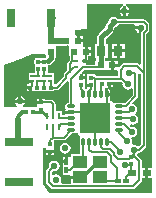
<source format=gbl>
%FSLAX24Y24*%
%MOIN*%
G70*
G01*
G75*
G04 Layer_Physical_Order=2*
G04 Layer_Color=16711680*
%ADD10R,0.0250X0.0200*%
%ADD11R,0.0118X0.0118*%
%ADD12R,0.0118X0.0118*%
%ADD13R,0.0236X0.0197*%
%ADD14R,0.0551X0.0295*%
%ADD15R,0.0089X0.0222*%
%ADD16R,0.0222X0.0089*%
%ADD17R,0.1732X0.1732*%
%ADD18O,0.0315X0.0138*%
%ADD19O,0.0138X0.0315*%
%ADD20C,0.0060*%
%ADD21C,0.0100*%
%ADD22C,0.0120*%
%ADD23C,0.0230*%
%ADD24O,0.0295X0.0118*%
%ADD25O,0.0118X0.0295*%
%ADD26R,0.1024X0.1024*%
%ADD27R,0.0472X0.0394*%
%ADD28R,0.0472X0.0394*%
%ADD29R,0.0098X0.0217*%
%ADD30R,0.0315X0.0630*%
%ADD31R,0.0118X0.0098*%
%ADD32C,0.0098*%
%ADD33R,0.0197X0.0118*%
%ADD34R,0.0118X0.0197*%
%ADD35R,0.0315X0.0354*%
%ADD36R,0.0945X0.0295*%
%ADD37R,0.0197X0.0236*%
%ADD38C,0.0150*%
%ADD39C,0.0200*%
G36*
X35082Y33685D02*
Y33670D01*
X35082D01*
Y33353D01*
X35102D01*
Y33224D01*
X35037Y33159D01*
X35017Y33129D01*
X35010Y33094D01*
Y32873D01*
X34934Y32797D01*
X34914Y32767D01*
X34907Y32732D01*
Y32668D01*
X34666Y32427D01*
X34599Y32427D01*
Y32427D01*
X34581Y32427D01*
Y32588D01*
Y32806D01*
X34381D01*
Y32821D01*
X34381D01*
D01*
D01*
X34381D01*
Y33047D01*
X34385Y33050D01*
X34438Y33061D01*
X34483Y33091D01*
X34587Y33195D01*
X34587Y33195D01*
X34617Y33239D01*
X34617Y33239D01*
X34617Y33239D01*
X34627Y33292D01*
X34627Y33292D01*
Y33305D01*
X34648D01*
Y33661D01*
D01*
Y33661D01*
X34648Y33661D01*
Y33698D01*
D01*
X34648Y33713D01*
X34987D01*
X35035Y33723D01*
X35082Y33685D01*
D02*
G37*
G36*
X37304Y34374D02*
X37301Y34358D01*
X37469D01*
Y34308D01*
X37519D01*
Y34197D01*
X37510Y34189D01*
X37490Y34159D01*
X37485Y34132D01*
X37469Y34129D01*
X37483Y34057D01*
Y33094D01*
X37428Y33071D01*
X37403Y33096D01*
X37373Y33116D01*
X37338Y33123D01*
X36929D01*
X36894Y33116D01*
X36864Y33096D01*
X36763Y32996D01*
X36708Y33019D01*
Y33002D01*
X36579D01*
Y32893D01*
X36676D01*
X36718Y32851D01*
Y32695D01*
X36003D01*
X35999Y32699D01*
X35969Y32719D01*
X35935Y32726D01*
Y32754D01*
X35697D01*
Y32515D01*
Y32448D01*
X35816D01*
Y32348D01*
X35697D01*
Y32281D01*
X35667Y32262D01*
X35642D01*
X35605Y32286D01*
Y32518D01*
Y32587D01*
X35486D01*
Y32637D01*
X35436D01*
Y32742D01*
X35450Y32756D01*
X35528D01*
X35505Y32811D01*
X35584Y32891D01*
X35586Y32891D01*
X35594Y32896D01*
X35958D01*
Y32893D01*
X36314D01*
X36314Y32893D01*
Y32893D01*
X36314D01*
X36351D01*
X36356Y32893D01*
X36356Y32893D01*
Y32893D01*
X36479D01*
Y33052D01*
Y33210D01*
X36356D01*
X36356Y33210D01*
Y33210D01*
X36351Y33210D01*
X36333D01*
X36314D01*
X36314D01*
X36309D01*
X36309D01*
D01*
X36273Y33210D01*
Y33304D01*
X36386D01*
Y33779D01*
X36306D01*
Y33944D01*
X36536Y34175D01*
X36536Y34175D01*
X36566Y34220D01*
X36566Y34220D01*
X36566Y34220D01*
X36577Y34272D01*
X36577Y34272D01*
Y34301D01*
X36591Y34315D01*
X36639Y34325D01*
X36697Y34364D01*
X36735Y34421D01*
X37266D01*
X37304Y34374D01*
D02*
G37*
G36*
X34331Y33402D02*
Y33328D01*
X34303Y33300D01*
X34274D01*
X34274Y33300D01*
X34250Y33295D01*
X33943D01*
Y33237D01*
X33931Y33219D01*
X33922Y33176D01*
X33931Y33133D01*
X33943Y33115D01*
Y33057D01*
Y32821D01*
D01*
Y32821D01*
X33928Y32806D01*
X33743D01*
Y32588D01*
Y32570D01*
X33862D01*
Y32470D01*
X33743D01*
Y32427D01*
X33675D01*
Y32358D01*
X33794D01*
Y32308D01*
X33844D01*
Y32189D01*
X34599D01*
Y32216D01*
X34677D01*
X34712Y32223D01*
X34742Y32243D01*
X35015Y32517D01*
X35071Y32494D01*
Y31814D01*
X35028Y31806D01*
X34988Y31780D01*
X34962Y31740D01*
X34953Y31694D01*
X34962Y31647D01*
X34988Y31608D01*
Y31583D01*
X34964Y31547D01*
X35163D01*
Y31447D01*
X34964D01*
X34966Y31445D01*
X34937Y31392D01*
X34853D01*
Y31518D01*
X34639D01*
Y31753D01*
X34633Y31782D01*
X34632Y31788D01*
X34612Y31818D01*
X34547Y31883D01*
X34517Y31903D01*
X34482Y31910D01*
X34269D01*
Y31937D01*
X34200D01*
Y31818D01*
X34150D01*
Y31768D01*
X34031D01*
Y31699D01*
Y31651D01*
X33557D01*
X33539Y31708D01*
X33568Y31728D01*
X33607Y31786D01*
X33611Y31804D01*
X33274D01*
X33277Y31786D01*
X33316Y31728D01*
X33345Y31708D01*
X33328Y31651D01*
X32909D01*
Y33049D01*
X33552Y33315D01*
X33858Y33433D01*
X34288Y33444D01*
X34331Y33402D01*
D02*
G37*
G36*
X37483Y32746D02*
Y30426D01*
X37419Y30361D01*
X37365Y30366D01*
X37365Y30366D01*
Y30366D01*
D01*
D01*
D01*
X37307Y30405D01*
X37239Y30418D01*
X37204Y30411D01*
X37171Y30461D01*
X37175Y30467D01*
X37188Y30535D01*
X37175Y30603D01*
X37165Y30618D01*
X37185Y30649D01*
X37254Y30663D01*
X37312Y30701D01*
X37350Y30759D01*
X37364Y30828D01*
X37350Y30896D01*
X37312Y30954D01*
X37254Y30993D01*
X37185Y31006D01*
X37145Y30998D01*
X37102Y31041D01*
X37140Y31087D01*
X37145Y31084D01*
X37213Y31070D01*
X37282Y31084D01*
X37340Y31123D01*
X37378Y31181D01*
X37392Y31249D01*
X37378Y31317D01*
X37340Y31375D01*
X37282Y31414D01*
X37277Y31438D01*
X37307Y31458D01*
X37345Y31516D01*
X37359Y31584D01*
X37345Y31652D01*
X37307Y31710D01*
X37249Y31749D01*
X37181Y31762D01*
X37179Y31766D01*
X37366Y31953D01*
X37386Y31983D01*
X37393Y32018D01*
X37393Y32018D01*
X37393Y32018D01*
Y32018D01*
Y32769D01*
X37425Y32782D01*
X37437Y32785D01*
X37483Y32746D01*
D02*
G37*
G36*
X36873Y32457D02*
X36866Y32426D01*
X36880Y32358D01*
X36919Y32300D01*
X36977Y32261D01*
X37045Y32247D01*
X37113Y32261D01*
X37156Y32290D01*
X37209Y32262D01*
Y32056D01*
X36938Y31785D01*
X36903D01*
X36872Y31806D01*
X36826Y31815D01*
X36649D01*
X36602Y31806D01*
X36575Y31787D01*
X36522Y31816D01*
Y31872D01*
X36466D01*
X36437Y31925D01*
X36456Y31952D01*
X36465Y31999D01*
Y32037D01*
X36344D01*
Y32087D01*
X36294D01*
Y32286D01*
X36297Y32288D01*
X36344Y32297D01*
X36344Y32297D01*
X36370Y32324D01*
X36371D01*
Y32443D01*
X36421D01*
Y32493D01*
X36540D01*
Y32512D01*
X36818D01*
X36873Y32457D01*
D02*
G37*
G36*
X37862Y29626D02*
X37854D01*
Y29626D01*
X37719D01*
Y29465D01*
Y29306D01*
X37854D01*
D01*
X37854D01*
X37862Y29298D01*
Y28790D01*
X34402D01*
X34221Y29098D01*
Y30299D01*
X34331D01*
Y30232D01*
X34569D01*
Y30299D01*
X34570Y30540D01*
X34585Y30555D01*
X34903D01*
X34938Y30562D01*
X34968Y30582D01*
X34968Y30582D01*
X34968Y30582D01*
X35171Y30785D01*
X35251D01*
X35298Y30794D01*
X35321Y30810D01*
X35375Y30783D01*
X35378Y30728D01*
X35378Y30728D01*
X35378D01*
Y30728D01*
X35378Y30728D01*
X35433Y30723D01*
X35459Y30669D01*
X35444Y30648D01*
X35435Y30601D01*
Y30424D01*
X35444Y30378D01*
X35465Y30347D01*
Y30099D01*
X35143D01*
Y29994D01*
X35114D01*
Y29994D01*
X35045D01*
Y29835D01*
X34995D01*
Y29785D01*
X34875D01*
Y29677D01*
Y29500D01*
X34873Y29490D01*
X34875Y29480D01*
Y29401D01*
X34950D01*
X34965Y29398D01*
X34965D01*
X34980Y29401D01*
X35114D01*
D01*
X35114D01*
X35143Y29371D01*
Y29381D01*
X35440D01*
Y29281D01*
X35143D01*
Y29112D01*
X34840D01*
X34812Y29165D01*
X34818Y29173D01*
X34831Y29242D01*
X34818Y29310D01*
X34779Y29368D01*
X34721Y29407D01*
X34653Y29420D01*
X34585Y29407D01*
X34558Y29389D01*
X34505Y29417D01*
Y29485D01*
X34551Y29530D01*
X34594Y29522D01*
X34662Y29535D01*
X34720Y29574D01*
X34759Y29632D01*
X34772Y29700D01*
X34759Y29768D01*
X34720Y29826D01*
X34662Y29865D01*
X34594Y29878D01*
X34526Y29865D01*
X34468Y29826D01*
X34429Y29768D01*
X34415Y29700D01*
X34423Y29662D01*
X34349Y29588D01*
X34329Y29558D01*
X34322Y29523D01*
Y29163D01*
X34322Y29163D01*
X34322D01*
X34329Y29128D01*
X34349Y29098D01*
X34491Y28955D01*
X34521Y28935D01*
X34556Y28928D01*
X37224D01*
X37259Y28935D01*
X37289Y28955D01*
X37485Y29152D01*
X37505Y29181D01*
X37512Y29216D01*
X37512Y29216D01*
X37512Y29216D01*
Y29216D01*
Y29306D01*
X37619D01*
Y29465D01*
Y29626D01*
X37512D01*
Y29869D01*
X37505Y29904D01*
X37485Y29934D01*
X37361Y30058D01*
X37337Y30074D01*
Y30095D01*
X37365Y30114D01*
X37388Y30148D01*
X37427D01*
X37462Y30155D01*
X37492Y30175D01*
X37640Y30323D01*
X37660Y30353D01*
X37661Y30358D01*
X37667Y30388D01*
Y32794D01*
X37667Y32794D01*
X37667Y32794D01*
Y32794D01*
Y34086D01*
X37739Y34158D01*
X37759Y34187D01*
X37760Y34193D01*
X37766Y34223D01*
Y34392D01*
X37760Y34422D01*
X37759Y34428D01*
X37739Y34457D01*
X37645Y34551D01*
X37645Y34551D01*
X37619Y34577D01*
X37589Y34597D01*
X37554Y34604D01*
X36705D01*
X36697Y34616D01*
X36639Y34655D01*
X36570Y34668D01*
X36502Y34655D01*
X36444Y34616D01*
X36406Y34558D01*
X36396Y34510D01*
X36342Y34456D01*
X36312Y34411D01*
X36301Y34358D01*
X36301Y34358D01*
X36301D01*
X36301Y34358D01*
X36301D01*
Y34329D01*
X36071Y34099D01*
X36041Y34054D01*
X36031Y34002D01*
X36031Y34002D01*
X36031D01*
X36031Y34002D01*
X36031D01*
Y33779D01*
X35951D01*
Y33304D01*
X35998D01*
Y33210D01*
X35958D01*
Y33079D01*
X35664D01*
X35636Y33132D01*
X35642Y33141D01*
X35544D01*
Y33241D01*
X35642D01*
X35647Y33233D01*
X35655Y33191D01*
X35651Y33168D01*
X35700Y33217D01*
X35720Y33247D01*
X35727Y33282D01*
Y33353D01*
X35832D01*
Y33462D01*
X35654D01*
Y33512D01*
X35604D01*
Y33670D01*
X35564D01*
Y33724D01*
X35564D01*
Y33832D01*
X35386D01*
Y33882D01*
X35336D01*
Y34041D01*
X35337D01*
X35295Y34083D01*
X35299Y34246D01*
X35698Y34252D01*
Y35095D01*
X36888D01*
X36894Y35036D01*
X36934Y35044D01*
X36973Y35036D01*
X36979Y35095D01*
X37862D01*
Y29626D01*
D02*
G37*
%LPC*%
G36*
X36394Y32286D02*
Y32137D01*
X36465D01*
Y32176D01*
X36456Y32222D01*
X36430Y32262D01*
X36394Y32286D01*
D02*
G37*
G36*
X33492Y32022D02*
Y31904D01*
X33611D01*
X33607Y31922D01*
X33568Y31980D01*
X33510Y32019D01*
X33492Y32022D01*
D02*
G37*
G36*
X36540Y32393D02*
X36471D01*
Y32324D01*
X36540D01*
Y32393D01*
D02*
G37*
G36*
X36984Y35034D02*
Y34915D01*
X37102D01*
X37099Y34933D01*
X37060Y34991D01*
X37002Y35030D01*
X36984Y35034D01*
D02*
G37*
G36*
X33744Y32258D02*
X33675D01*
Y32189D01*
X33744D01*
Y32258D01*
D02*
G37*
G36*
X33392Y32022D02*
X33374Y32019D01*
X33316Y31980D01*
X33277Y31922D01*
X33274Y31904D01*
X33392D01*
Y32022D01*
D02*
G37*
G36*
X34400Y30132D02*
X34331D01*
Y30063D01*
X34400D01*
Y30132D01*
D02*
G37*
G36*
X34945Y29994D02*
X34875D01*
Y29885D01*
X34945D01*
Y29994D01*
D02*
G37*
G36*
X34569Y30132D02*
X34500D01*
Y30063D01*
X34569D01*
Y30132D01*
D02*
G37*
G36*
X34100Y31937D02*
X34031D01*
Y31868D01*
X34100D01*
Y31937D01*
D02*
G37*
G36*
X34963Y30465D02*
X34895Y30451D01*
X34837Y30412D01*
X34798Y30354D01*
X34785Y30286D01*
X34798Y30218D01*
X34837Y30160D01*
X34895Y30121D01*
X34963Y30108D01*
X35032Y30121D01*
X35090Y30160D01*
X35128Y30218D01*
X35142Y30286D01*
X35128Y30354D01*
X35090Y30412D01*
X35032Y30451D01*
X34963Y30465D01*
D02*
G37*
G36*
X35605Y32646D02*
Y32627D01*
X35607Y32637D01*
X35605Y32646D01*
D02*
G37*
G36*
X37102Y34815D02*
X36984D01*
Y34697D01*
X37002Y34700D01*
X37060Y34739D01*
X37099Y34797D01*
X37102Y34815D01*
D02*
G37*
G36*
X36937Y33779D02*
X36769D01*
Y33591D01*
X36937D01*
Y33779D01*
D02*
G37*
G36*
X36669D02*
X36502D01*
Y33591D01*
X36669D01*
Y33779D01*
D02*
G37*
G36*
X36884Y34815D02*
X36765D01*
X36769Y34797D01*
X36808Y34739D01*
X36866Y34700D01*
X36884Y34697D01*
Y34815D01*
D02*
G37*
G36*
X37419Y34258D02*
X37301D01*
X37304Y34239D01*
X37343Y34181D01*
X37401Y34143D01*
X37419Y34139D01*
Y34258D01*
D02*
G37*
G36*
X35564Y34040D02*
X35436D01*
Y33932D01*
X35564D01*
Y34040D01*
D02*
G37*
G36*
X36884Y35034D02*
X36866Y35030D01*
X36808Y34991D01*
X36769Y34933D01*
X36765Y34915D01*
X36884D01*
Y35034D01*
D02*
G37*
G36*
X36708Y33210D02*
X36579D01*
Y33102D01*
X36708D01*
Y33210D01*
D02*
G37*
G36*
X35605Y32756D02*
X35536D01*
Y32687D01*
X35605D01*
Y32756D01*
D02*
G37*
G36*
X35832Y33670D02*
X35704D01*
Y33562D01*
X35832D01*
Y33670D01*
D02*
G37*
G36*
X36937Y33491D02*
X36769D01*
Y33304D01*
X36937D01*
Y33491D01*
D02*
G37*
G36*
X36669D02*
X36502D01*
Y33304D01*
X36669D01*
Y33491D01*
D02*
G37*
%LPD*%
D10*
X37669Y29466D02*
D03*
X37169D02*
D03*
D11*
X33886Y31500D02*
D03*
X33650D02*
D03*
X36421Y32443D02*
D03*
X36185D02*
D03*
X34480Y32308D02*
D03*
X34244D02*
D03*
X34030D02*
D03*
X33794D02*
D03*
D12*
X35486Y32401D02*
D03*
Y32637D02*
D03*
X37162Y29989D02*
D03*
Y29753D02*
D03*
X34450Y30418D02*
D03*
Y30182D02*
D03*
X35816Y32635D02*
D03*
Y32398D02*
D03*
X34150Y31818D02*
D03*
Y31582D02*
D03*
X34262Y32940D02*
D03*
Y33176D02*
D03*
X34062Y32940D02*
D03*
Y33176D02*
D03*
D13*
X36136Y33052D02*
D03*
X36530D02*
D03*
X35654Y33512D02*
D03*
X35260D02*
D03*
X34993Y33882D02*
D03*
X35386D02*
D03*
D20*
X35556Y32087D02*
Y32202D01*
X35486Y32273D02*
X35556Y32202D01*
X35486Y32273D02*
Y32401D01*
X35753Y32190D02*
X35816Y32252D01*
X35753Y32087D02*
Y32190D01*
X35816Y32252D02*
Y32398D01*
X34594Y29700D02*
X34638Y29744D01*
X34637Y29746D02*
X34638Y29744D01*
X34556Y29020D02*
X37224D01*
X34414Y29163D02*
X34556Y29020D01*
X34414Y29163D02*
Y29523D01*
X34637Y29746D01*
X36991Y29341D02*
X37143Y29492D01*
X35431Y29250D02*
X35487D01*
X37077Y29945D02*
X37245Y30114D01*
X35163Y32598D02*
X35552Y32987D01*
X36570Y34490D02*
X36593Y34513D01*
X37554D01*
X37581Y34486D01*
Y34486D02*
Y34486D01*
Y34486D02*
X37674Y34392D01*
Y34223D02*
Y34392D01*
X37575Y34124D02*
X37674Y34223D01*
X37575Y32794D02*
Y34124D01*
X35544Y33191D02*
X35636Y33282D01*
X35102Y33094D02*
X35193Y33186D01*
X35102Y32835D02*
Y33094D01*
X34998Y32732D02*
X35254Y32987D01*
X37245Y30114D02*
Y30234D01*
Y29994D02*
Y30114D01*
X35163Y31694D02*
Y32598D01*
X36991Y29213D02*
Y29341D01*
X37143Y29492D02*
Y29734D01*
X36939D02*
X37143D01*
X37296Y29994D02*
X37420Y29869D01*
X37245Y29994D02*
X37296D01*
X37420Y29216D02*
Y29869D01*
X37224Y29020D02*
X37420Y29216D01*
X36810Y32650D02*
X36856Y32603D01*
X36810Y32650D02*
Y32913D01*
X36929Y33031D01*
X37338D01*
X37575Y32794D01*
Y30388D02*
Y32794D01*
X37427Y30240D02*
X37575Y30388D01*
X37239Y30240D02*
X37427D01*
X34450Y30418D02*
Y30550D01*
X36072Y32987D02*
X36136Y33052D01*
X35552Y32987D02*
X36072D01*
X37034Y32426D02*
X37045D01*
X36856Y32603D02*
X37034Y32426D01*
X35965Y32603D02*
X36856D01*
X37301Y32018D02*
Y32776D01*
X36976Y31694D02*
X37301Y32018D01*
X36737Y31694D02*
X36976D01*
X37263Y32814D02*
X37301Y32776D01*
X37073Y32814D02*
X37263D01*
X34998Y32630D02*
Y32732D01*
X34480Y32308D02*
Y32520D01*
X34677Y32308D02*
X34998Y32630D01*
X35636Y33494D02*
X35654Y33512D01*
X35636Y33282D02*
Y33494D01*
X35193Y33186D02*
X35195Y33184D01*
X35193Y33186D02*
Y33445D01*
X35195Y33184D02*
X35347D01*
X35254Y32987D02*
X35347D01*
X35193Y33445D02*
X35260Y33512D01*
X35486Y32637D02*
X35515D01*
X35965Y32102D02*
Y32603D01*
X35934Y32635D02*
X35965Y32603D01*
X35816Y32635D02*
X35934D01*
X34480Y32308D02*
X34677D01*
X35950Y32087D02*
X35965Y32102D01*
X34262Y32520D02*
X34262Y32520D01*
X34062Y32520D02*
X34262D01*
X34150Y31818D02*
X34482D01*
X34547Y31753D01*
Y31350D02*
Y31753D01*
X36475Y29841D02*
X36700Y29616D01*
X36715Y29945D02*
X37077D01*
X36475Y29841D02*
Y30037D01*
X36357Y30155D02*
X36475Y30037D01*
X36595Y30065D02*
X36715Y29945D01*
X36595Y30065D02*
Y30119D01*
X36439Y30275D02*
X36595Y30119D01*
X36800Y30150D02*
X36803D01*
X36828Y30176D01*
X35753Y30247D02*
X35845Y30155D01*
X36218Y30275D02*
X36439D01*
X35845Y30155D02*
X36357D01*
X36147Y30346D02*
X36218Y30275D01*
X36147Y30346D02*
Y30513D01*
X36700Y29200D02*
Y29616D01*
X36344Y30513D02*
X36491D01*
X36828Y30176D01*
X36910Y31103D02*
X37185Y30828D01*
X36737Y31103D02*
X36910D01*
X36737Y30807D02*
X37010Y30535D01*
X36737Y30807D02*
Y30906D01*
X37162Y31300D02*
X37213Y31249D01*
X37220Y31242D01*
X37093Y31497D02*
X37181Y31584D01*
X36737Y31497D02*
X37093D01*
X36737Y31300D02*
X37162D01*
X34965Y29490D02*
X35052Y29577D01*
X35062D01*
X35062Y29577D01*
X35126D01*
X34965Y29490D02*
X34965D01*
X35126Y29577D02*
X35436Y29887D01*
X35556D01*
X36002Y29664D02*
X36100Y29762D01*
X35753Y30247D02*
Y30513D01*
X35950D02*
Y31300D01*
X34547Y30647D02*
X34903D01*
X34547D02*
Y31015D01*
X34903Y30647D02*
X35163Y30906D01*
X34450Y30550D02*
X34547Y30647D01*
X34744Y31015D02*
X34832Y31103D01*
X35163D01*
X34744Y31350D02*
X34794Y31300D01*
X35163D01*
X36100Y29250D02*
X36150Y29200D01*
X36700D01*
X35556Y29887D02*
Y30513D01*
X35753Y31497D02*
X35950Y31300D01*
X35163Y31497D02*
X35753D01*
X35950Y31300D02*
X36344Y31694D01*
Y32087D01*
X35753Y31497D02*
Y32087D01*
X36147D02*
Y32447D01*
X34062Y32697D02*
Y32940D01*
X34262Y32697D02*
Y32940D01*
X33862Y32520D02*
X33862Y32520D01*
Y32376D02*
Y32520D01*
X33794Y32308D02*
X33862Y32376D01*
Y32697D02*
X34062D01*
X34062Y33176D02*
X34262D01*
X34462Y32520D02*
X34480D01*
X34030Y32488D02*
X34062Y32520D01*
X34030Y32308D02*
Y32488D01*
X34244Y32308D02*
X34262Y32326D01*
Y32520D01*
X34062Y32697D02*
X34062Y32697D01*
X34262Y32697D02*
X34262Y32697D01*
X34462D01*
Y32326D02*
X34480Y32308D01*
X34462Y32520D02*
X34462Y32520D01*
D21*
X35440Y29331D02*
X35520D01*
X36032Y29843D01*
X36109D01*
X34262Y33176D02*
X34274Y33188D01*
X34385D01*
X34035Y33176D02*
X34062D01*
X33886Y31500D02*
X34200D01*
X34350Y31350D01*
D22*
X33532Y31500D02*
X33650D01*
X33373Y31341D02*
X33532Y31500D01*
X33373Y31278D02*
Y31341D01*
D23*
X34594Y29700D02*
D03*
X36934Y34865D02*
D03*
X37469Y34307D02*
D03*
X36570Y34490D02*
D03*
X33442Y31854D02*
D03*
X37045Y32426D02*
D03*
X36800Y30150D02*
D03*
X37010Y30535D02*
D03*
X37239Y30240D02*
D03*
X34653Y29242D02*
D03*
X34963Y30286D02*
D03*
X36939Y29734D02*
D03*
X37185Y30828D02*
D03*
X37213Y31249D02*
D03*
X37181Y31584D02*
D03*
X37073Y32814D02*
D03*
D24*
X35163Y31300D02*
D03*
X36737Y31694D02*
D03*
X35163Y30906D02*
D03*
Y31694D02*
D03*
Y31497D02*
D03*
X36737Y30906D02*
D03*
Y31103D02*
D03*
Y31300D02*
D03*
Y31497D02*
D03*
X35163Y31103D02*
D03*
D25*
X35556Y30513D02*
D03*
X35753D02*
D03*
X35950D02*
D03*
X36344Y32087D02*
D03*
X36147D02*
D03*
X35950D02*
D03*
X35753D02*
D03*
X35556D02*
D03*
X36147Y30513D02*
D03*
X36344D02*
D03*
D26*
X35950Y31300D02*
D03*
D27*
X36109Y29843D02*
D03*
X35440D02*
D03*
Y29331D02*
D03*
D28*
X36109D02*
D03*
D29*
X34744Y31015D02*
D03*
X34547D02*
D03*
X34350D02*
D03*
X34744Y31350D02*
D03*
X34547D02*
D03*
X34350D02*
D03*
D30*
X33161Y34617D02*
D03*
X34499D02*
D03*
D31*
X33862Y32697D02*
D03*
Y32520D02*
D03*
X34462Y32520D02*
D03*
Y32697D02*
D03*
X34262Y32697D02*
D03*
Y32520D02*
D03*
X34062Y32520D02*
D03*
Y32697D02*
D03*
D32*
X35347Y32994D02*
D03*
Y33191D02*
D03*
X35544Y32994D02*
D03*
Y33191D02*
D03*
D33*
X36991Y29213D02*
D03*
X36715D02*
D03*
D34*
X34994Y29560D02*
D03*
Y29835D02*
D03*
D35*
X36719Y33541D02*
D03*
X36168D02*
D03*
D36*
X33421Y29149D02*
D03*
Y30507D02*
D03*
D37*
X34489Y33483D02*
D03*
Y33876D02*
D03*
D38*
X36439Y34358D02*
X36570Y34490D01*
X36439Y34272D02*
Y34358D01*
X36168Y34002D02*
X36439Y34272D01*
X36168Y33541D02*
Y34002D01*
X36136Y33052D02*
Y33455D01*
X34385Y33188D02*
X34489Y33292D01*
Y33483D01*
D39*
X34987Y33876D02*
X34993Y33882D01*
X34489Y33876D02*
X34987D01*
X34489D02*
Y34549D01*
X34557Y34617D01*
X34513Y34381D02*
Y34532D01*
X33373Y30507D02*
Y31278D01*
M02*

</source>
